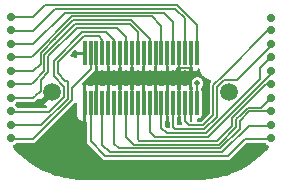
<source format=gbr>
%TF.GenerationSoftware,KiCad,Pcbnew,7.0.2*%
%TF.CreationDate,2023-10-04T16:53:15-06:00*%
%TF.ProjectId,igloo31,69676c6f-6f33-4312-9e6b-696361645f70,rev?*%
%TF.SameCoordinates,Original*%
%TF.FileFunction,Copper,L2,Bot*%
%TF.FilePolarity,Positive*%
%FSLAX46Y46*%
G04 Gerber Fmt 4.6, Leading zero omitted, Abs format (unit mm)*
G04 Created by KiCad (PCBNEW 7.0.2) date 2023-10-04 16:53:15*
%MOMM*%
%LPD*%
G01*
G04 APERTURE LIST*
%TA.AperFunction,ComponentPad*%
%ADD10C,1.500000*%
%TD*%
%TA.AperFunction,SMDPad,CuDef*%
%ADD11R,0.300000X2.000000*%
%TD*%
%TA.AperFunction,ViaPad*%
%ADD12C,0.700000*%
%TD*%
%TA.AperFunction,ViaPad*%
%ADD13C,0.500000*%
%TD*%
%TA.AperFunction,Conductor*%
%ADD14C,0.127000*%
%TD*%
G04 APERTURE END LIST*
D10*
%TO.P,J1,S2,SHIELD*%
%TO.N,GND*%
X7475000Y-1150000D03*
%TO.P,J1,S1,SHIELD*%
X-7475000Y-1150000D03*
D11*
%TO.P,J1,40,40*%
X-4750000Y-2100000D03*
%TO.P,J1,39,39*%
X-4750000Y2100000D03*
%TO.P,J1,38,38*%
%TO.N,Net-(J1-Pad38)*%
X-4250000Y-2100000D03*
%TO.P,J1,37,37*%
%TO.N,Net-(J1-Pad37)*%
X-4250000Y2100000D03*
%TO.P,J1,36,36*%
%TO.N,GND*%
X-3750000Y-2100000D03*
%TO.P,J1,35,35*%
X-3750000Y2100000D03*
%TO.P,J1,34,34*%
%TO.N,Net-(J1-Pad34)*%
X-3250000Y-2100000D03*
%TO.P,J1,33,33*%
%TO.N,Net-(J1-Pad33)*%
X-3250000Y2100000D03*
%TO.P,J1,32,32*%
%TO.N,GND*%
X-2750000Y-2100000D03*
%TO.P,J1,31,31*%
X-2750000Y2100000D03*
%TO.P,J1,30,30*%
%TO.N,Net-(J1-Pad30)*%
X-2250000Y-2100000D03*
%TO.P,J1,29,29*%
%TO.N,Net-(J1-Pad29)*%
X-2250000Y2100000D03*
%TO.P,J1,28,28*%
%TO.N,GND*%
X-1750000Y-2100000D03*
%TO.P,J1,27,27*%
X-1750000Y2100000D03*
%TO.P,J1,26,26*%
%TO.N,Net-(J1-Pad26)*%
X-1250000Y-2100000D03*
%TO.P,J1,25,25*%
%TO.N,Net-(J1-Pad25)*%
X-1250000Y2100000D03*
%TO.P,J1,24,24*%
%TO.N,GND*%
X-750000Y-2100000D03*
%TO.P,J1,23,23*%
X-750000Y2100000D03*
%TO.P,J1,22,22*%
%TO.N,Net-(J1-Pad22)*%
X-250000Y-2100000D03*
%TO.P,J1,21,21*%
%TO.N,Net-(J1-Pad21)*%
X-250000Y2100000D03*
%TO.P,J1,20,20*%
%TO.N,GND*%
X250000Y-2100000D03*
%TO.P,J1,19,19*%
X250000Y2100000D03*
%TO.P,J1,18,18*%
%TO.N,Net-(J1-Pad18)*%
X750000Y-2100000D03*
%TO.P,J1,17,17*%
%TO.N,Net-(J1-Pad17)*%
X750000Y2100000D03*
%TO.P,J1,16,16*%
%TO.N,GND*%
X1250000Y-2100000D03*
%TO.P,J1,15,15*%
X1250000Y2100000D03*
%TO.P,J1,14,14*%
%TO.N,Net-(J1-Pad14)*%
X1750000Y-2100000D03*
%TO.P,J1,13,13*%
%TO.N,Net-(J1-Pad13)*%
X1750000Y2100000D03*
%TO.P,J1,12,12*%
%TO.N,GND*%
X2250000Y-2100000D03*
%TO.P,J1,11,11*%
X2250000Y2100000D03*
%TO.P,J1,10,10*%
%TO.N,Net-(J1-Pad10)*%
X2750000Y-2100000D03*
%TO.P,J1,9,9*%
%TO.N,Net-(J1-Pad9)*%
X2750000Y2100000D03*
%TO.P,J1,8,8*%
%TO.N,GND*%
X3250000Y-2100000D03*
%TO.P,J1,7,7*%
X3250000Y2100000D03*
%TO.P,J1,6,6*%
%TO.N,Net-(J1-Pad6)*%
X3750000Y-2100000D03*
%TO.P,J1,5,5*%
%TO.N,Net-(J1-Pad5)*%
X3750000Y2100000D03*
%TO.P,J1,4,4*%
%TO.N,GND*%
X4250000Y-2100000D03*
%TO.P,J1,3,3*%
X4250000Y2100000D03*
%TO.P,J1,2,2*%
%TO.N,Net-(J1-Pad2)*%
X4750000Y-2100000D03*
%TO.P,J1,1,1*%
%TO.N,Net-(J1-Pad1)*%
X4750000Y2100000D03*
%TD*%
D12*
%TO.N,Net-(J1-Pad2)*%
X11000000Y5100000D03*
%TO.N,Net-(J1-Pad34)*%
X11000000Y-3957000D03*
%TO.N,Net-(J1-Pad38)*%
X11000000Y-5100000D03*
%TO.N,Net-(J1-Pad30)*%
X11000000Y-2814000D03*
%TO.N,Net-(J1-Pad26)*%
X11000000Y-1671000D03*
%TO.N,Net-(J1-Pad22)*%
X11000000Y-528000D03*
%TO.N,Net-(J1-Pad18)*%
X11000000Y615000D03*
%TO.N,Net-(J1-Pad10)*%
X11000000Y2901000D03*
%TO.N,Net-(J1-Pad6)*%
X11000000Y4044000D03*
%TO.N,Net-(J1-Pad14)*%
X11000000Y1758000D03*
%TO.N,Net-(J1-Pad1)*%
X-11000000Y5187000D03*
%TO.N,Net-(J1-Pad5)*%
X-11000000Y4044000D03*
%TO.N,Net-(J1-Pad9)*%
X-11000000Y2901000D03*
%TO.N,Net-(J1-Pad13)*%
X-11000000Y1758000D03*
%TO.N,Net-(J1-Pad17)*%
X-11000000Y615000D03*
%TO.N,Net-(J1-Pad21)*%
X-11000000Y-528000D03*
%TO.N,Net-(J1-Pad25)*%
X-11000000Y-1671000D03*
%TO.N,Net-(J1-Pad29)*%
X-11000000Y-2814000D03*
%TO.N,Net-(J1-Pad33)*%
X-11000000Y-3957000D03*
%TO.N,Net-(J1-Pad37)*%
X-11000000Y-5100000D03*
D13*
%TO.N,GND*%
X-3750000Y0D03*
X-5537254Y2137254D03*
%TO.N,Net-(J1-Pad2)*%
X4800000Y-400000D03*
%TD*%
D14*
%TO.N,GND*%
X4250000Y2100000D02*
X4250000Y-2100000D01*
X3250000Y-2100000D02*
X3250000Y2100000D01*
X2250000Y-2100000D02*
X2250000Y2100000D01*
%TO.N,Net-(J1-Pad6)*%
X10773246Y4044000D02*
X6929246Y200000D01*
X11000000Y4044000D02*
X10773246Y4044000D01*
X6134500Y-594746D02*
X6929246Y200000D01*
X6134500Y-3100000D02*
X6134500Y-594746D01*
X5250500Y-3984000D02*
X6134500Y-3100000D01*
X4121552Y-3984000D02*
X5250500Y-3984000D01*
X3750000Y-3612448D02*
X4121552Y-3984000D01*
X3750000Y-2100000D02*
X3750000Y-3612448D01*
%TO.N,Net-(J1-Pad10)*%
X2750000Y-4161000D02*
X2750000Y-2100000D01*
X5390660Y-4311000D02*
X2900000Y-4311000D01*
X7055194Y-136500D02*
X6461500Y-730194D01*
X8136500Y-136500D02*
X7055194Y-136500D01*
X11000000Y2727000D02*
X8136500Y-136500D01*
X6461500Y-3240160D02*
X5390660Y-4311000D01*
X6461500Y-730194D02*
X6461500Y-3240160D01*
X2900000Y-4311000D02*
X2750000Y-4161000D01*
X11000000Y2901000D02*
X11000000Y2727000D01*
%TO.N,Net-(J1-Pad18)*%
X750000Y-4515000D02*
X750000Y-2100000D01*
X11000000Y373444D02*
X5661556Y-4965000D01*
X5661556Y-4965000D02*
X1200000Y-4965000D01*
X11000000Y615000D02*
X11000000Y373444D01*
X1200000Y-4965000D02*
X750000Y-4515000D01*
%TO.N,Net-(J1-Pad14)*%
X2200000Y-4638000D02*
X1750000Y-4188000D01*
X5526108Y-4638000D02*
X2200000Y-4638000D01*
X1750000Y-4188000D02*
X1750000Y-2100000D01*
X10132054Y890054D02*
X10132054Y-32054D01*
X11000000Y1758000D02*
X10132054Y890054D01*
X10132054Y-32054D02*
X5526108Y-4638000D01*
%TO.N,Net-(J1-Pad22)*%
X10572000Y-528000D02*
X11000000Y-528000D01*
X9489004Y-1600000D02*
X9500000Y-1600000D01*
X9500000Y-1600000D02*
X10572000Y-528000D01*
X7752950Y-4016606D02*
X7752950Y-3336054D01*
X-108000Y-5292000D02*
X6477556Y-5292000D01*
X-250000Y-5150000D02*
X-108000Y-5292000D01*
X6477556Y-5292000D02*
X7752950Y-4016606D01*
X7752950Y-3336054D02*
X9489004Y-1600000D01*
X-250000Y-2100000D02*
X-250000Y-5150000D01*
%TO.N,Net-(J1-Pad26)*%
X9064452Y-2487000D02*
X8476700Y-3074752D01*
X10184000Y-2487000D02*
X9064452Y-2487000D01*
X11000000Y-1671000D02*
X10184000Y-2487000D01*
%TO.N,Net-(J1-Pad30)*%
X9199900Y-2814000D02*
X11000000Y-2814000D01*
X8406950Y-4287502D02*
X8406950Y-3606950D01*
X8406950Y-3606950D02*
X9199900Y-2814000D01*
X-1854000Y-5946000D02*
X6748452Y-5946000D01*
X-2250000Y-5550000D02*
X-1854000Y-5946000D01*
X6748452Y-5946000D02*
X8406950Y-4287502D01*
X-2250000Y-2100000D02*
X-2250000Y-5550000D01*
%TO.N,Net-(J1-Pad34)*%
X10940300Y-4016700D02*
X11000000Y-3957000D01*
X9140200Y-4016700D02*
X10940300Y-4016700D01*
%TO.N,Net-(J1-Pad38)*%
X8840300Y-5159700D02*
X10940300Y-5159700D01*
X7400000Y-6600000D02*
X8840300Y-5159700D01*
X-3000000Y-6600000D02*
X7400000Y-6600000D01*
X-4250000Y-5350000D02*
X-3000000Y-6600000D01*
X10940300Y-5159700D02*
X11000000Y-5100000D01*
X-4250000Y-2100000D02*
X-4250000Y-5350000D01*
%TO.N,Net-(J1-Pad37)*%
X-10960000Y-5140000D02*
X-11000000Y-5100000D01*
X-9091904Y-5140000D02*
X-10960000Y-5140000D01*
%TO.N,Net-(J1-Pad33)*%
X-9190000Y-3957000D02*
X-9150000Y-3997000D01*
X-11000000Y-3957000D02*
X-9190000Y-3957000D01*
%TO.N,Net-(J1-Pad29)*%
X-10960000Y-2854000D02*
X-11000000Y-2814000D01*
X-7730800Y-2854000D02*
X-10960000Y-2854000D01*
X-6461500Y-1584700D02*
X-7730800Y-2854000D01*
X-6461500Y-730194D02*
X-6461500Y-1584700D01*
X-7365500Y1496948D02*
X-7365500Y173806D01*
X-4935448Y3927000D02*
X-7365500Y1496948D01*
X-2927000Y3927000D02*
X-4935448Y3927000D01*
X-2250000Y2100000D02*
X-2250000Y3250000D01*
X-2250000Y3250000D02*
X-2927000Y3927000D01*
X-7365500Y173806D02*
X-6461500Y-730194D01*
%TO.N,Net-(J1-Pad25)*%
X-9110000Y-1671000D02*
X-8969500Y-1530500D01*
X-8486500Y-1047500D02*
X-8969500Y-1530500D01*
X-11000000Y-1671000D02*
X-9110000Y-1671000D01*
%TO.N,Net-(J1-Pad21)*%
X-9314669Y-528000D02*
X-9150000Y-363331D01*
X-11000000Y-528000D02*
X-9314669Y-528000D01*
%TO.N,Net-(J1-Pad17)*%
X-10960000Y575000D02*
X-11000000Y615000D01*
X-9150000Y575000D02*
X-10960000Y575000D01*
%TO.N,Net-(J1-Pad13)*%
X-9314669Y1758000D02*
X-9150000Y1922669D01*
X-11000000Y1758000D02*
X-9314669Y1758000D01*
%TO.N,Net-(J1-Pad9)*%
X-10960000Y2861000D02*
X-11000000Y2901000D01*
X-9150000Y2861000D02*
X-10960000Y2861000D01*
%TO.N,Net-(J1-Pad5)*%
X-10960000Y4004000D02*
X-11000000Y4044000D01*
X-9150000Y4004000D02*
X-10960000Y4004000D01*
%TO.N,Net-(J1-Pad1)*%
X-10960000Y5147000D02*
X-11000000Y5187000D01*
X-9150000Y5147000D02*
X-10960000Y5147000D01*
%TO.N,GND*%
X-3750000Y2100000D02*
X-3750000Y0D01*
X-3750000Y0D02*
X-3750000Y-2100000D01*
X2250000Y550000D02*
X2250000Y2100000D01*
X2727000Y400000D02*
X2400000Y400000D01*
X3250000Y923000D02*
X2727000Y400000D01*
X3250000Y2100000D02*
X3250000Y923000D01*
X2400000Y400000D02*
X2250000Y550000D01*
X3336500Y836500D02*
X3250000Y923000D01*
X4250000Y2100000D02*
X4250000Y923000D01*
X4250000Y923000D02*
X4163500Y836500D01*
X4163500Y836500D02*
X3336500Y836500D01*
X-5500000Y2100000D02*
X-5537254Y2137254D01*
X-4750000Y2100000D02*
X-5500000Y2100000D01*
X-2750000Y-2100000D02*
X-2750000Y2100000D01*
X-1750000Y2100000D02*
X-1750000Y-2100000D01*
X-750000Y-2100000D02*
X-750000Y2100000D01*
X250000Y2100000D02*
X250000Y-2100000D01*
X1250000Y-2100000D02*
X1250000Y2100000D01*
X4250000Y-2100000D02*
X4250000Y-3650000D01*
X3250000Y-3650000D02*
X3400000Y-3800000D01*
X3250000Y-2100000D02*
X3250000Y-3650000D01*
X2250000Y-3650000D02*
X2400000Y-3800000D01*
X2250000Y-2100000D02*
X2250000Y-3650000D01*
%TO.N,Net-(J1-Pad2)*%
X4750000Y-450000D02*
X4800000Y-400000D01*
X4750000Y-2100000D02*
X4750000Y-450000D01*
%TO.N,Net-(J1-Pad26)*%
X-1250000Y-4969000D02*
X-1250000Y-2100000D01*
X-600000Y-5619000D02*
X-1250000Y-4969000D01*
X6613004Y-5619000D02*
X-600000Y-5619000D01*
X8079950Y-4152054D02*
X6613004Y-5619000D01*
X8476700Y-3074752D02*
X8079950Y-3471502D01*
X8079950Y-3471502D02*
X8079950Y-4152054D01*
%TO.N,Net-(J1-Pad34)*%
X6883900Y-6273000D02*
X9140200Y-4016700D01*
X-2600000Y-6273000D02*
X6883900Y-6273000D01*
X-3250000Y-5623000D02*
X-2600000Y-6273000D01*
X-3250000Y-2100000D02*
X-3250000Y-5623000D01*
%TO.N,Net-(J1-Pad1)*%
X-8081000Y6216000D02*
X-9150000Y5147000D01*
X3060248Y6216000D02*
X-8081000Y6216000D01*
X4750000Y4526248D02*
X3060248Y6216000D01*
X4750000Y2100000D02*
X4750000Y4526248D01*
%TO.N,Net-(J1-Pad37)*%
X-4250000Y750000D02*
X-4250000Y2100000D01*
X-5800000Y-800000D02*
X-4250000Y750000D01*
X-9091904Y-5140000D02*
X-5800000Y-1848096D01*
X-5800000Y-1848096D02*
X-5800000Y-800000D01*
%TO.N,Net-(J1-Pad5)*%
X2924800Y5889000D02*
X3750000Y5063800D01*
X-9150000Y4004000D02*
X-7265000Y5889000D01*
X-7265000Y5889000D02*
X2924800Y5889000D01*
X3750000Y5063800D02*
X3750000Y2100000D01*
%TO.N,Net-(J1-Pad9)*%
X2750000Y4800200D02*
X2750000Y2100000D01*
X-6449000Y5562000D02*
X1988200Y5562000D01*
X1988200Y5562000D02*
X2750000Y4800200D01*
X-9150000Y2861000D02*
X-6449000Y5562000D01*
%TO.N,Net-(J1-Pad17)*%
X-797352Y4908000D02*
X750000Y3360648D01*
X-5702221Y4908000D02*
X-797352Y4908000D01*
X750000Y3360648D02*
X750000Y2100000D01*
X-7146610Y3463610D02*
X-5702221Y4908000D01*
%TO.N,Net-(J1-Pad13)*%
X-5837669Y5235000D02*
X921400Y5235000D01*
X1750000Y4406400D02*
X1750000Y2100000D01*
X-9150000Y1922669D02*
X-5837669Y5235000D01*
X921400Y5235000D02*
X1750000Y4406400D01*
%TO.N,Net-(J1-Pad21)*%
X-250000Y3898200D02*
X-250000Y2100000D01*
X-8159500Y1988273D02*
X-5566773Y4581000D01*
X-9150000Y-363331D02*
X-8159500Y627169D01*
X-8159500Y627169D02*
X-8159500Y1988273D01*
X-5566773Y4581000D02*
X-932800Y4581000D01*
X-932800Y4581000D02*
X-250000Y3898200D01*
%TO.N,Net-(J1-Pad25)*%
X-7832500Y491721D02*
X-8486500Y-162279D01*
X-7832500Y1852825D02*
X-7832500Y491721D01*
X-1999600Y4254000D02*
X-5431325Y4254000D01*
X-8486500Y-162279D02*
X-8486500Y-1047500D01*
X-1250000Y3504400D02*
X-1999600Y4254000D01*
X-5431325Y4254000D02*
X-7832500Y1852825D01*
X-1250000Y2100000D02*
X-1250000Y3504400D01*
%TO.N,Net-(J1-Pad33)*%
X-8411352Y-3997000D02*
X-9150000Y-3997000D01*
X-6134500Y-1720148D02*
X-8411352Y-3997000D01*
X-6134500Y-265500D02*
X-6134500Y-1720148D01*
X-7038500Y419839D02*
X-6418661Y-200000D01*
X-7038500Y1361500D02*
X-7038500Y419839D01*
X-4800000Y3600000D02*
X-7038500Y1361500D01*
X-3250000Y3277000D02*
X-3573000Y3600000D01*
X-3250000Y2100000D02*
X-3250000Y3277000D01*
X-6418661Y-200000D02*
X-6200000Y-200000D01*
X-3573000Y3600000D02*
X-4800000Y3600000D01*
X-6200000Y-200000D02*
X-6134500Y-265500D01*
%TO.N,Net-(J1-Pad17)*%
X-8486500Y2123721D02*
X-7146610Y3463610D01*
X-8486500Y1238500D02*
X-8486500Y2123721D01*
X-9150000Y575000D02*
X-8486500Y1238500D01*
X-7146610Y3463610D02*
X-7289800Y3320421D01*
%TD*%
%TA.AperFunction,Conductor*%
%TO.N,GND*%
G36*
X-7934493Y-1359844D02*
G01*
X-7856761Y-1480798D01*
X-7748100Y-1574952D01*
X-7617315Y-1634680D01*
X-7602587Y-1636797D01*
X-8166986Y-2201196D01*
X-8166986Y-2201198D01*
X-8106405Y-2243619D01*
X-7985916Y-2299805D01*
X-7932631Y-2346723D01*
X-7913170Y-2415000D01*
X-7933712Y-2482960D01*
X-7987735Y-2529025D01*
X-8039166Y-2540000D01*
X-10391197Y-2540000D01*
X-10459318Y-2519998D01*
X-10491159Y-2490704D01*
X-10571716Y-2385719D01*
X-10628090Y-2342462D01*
X-10669957Y-2285123D01*
X-10674178Y-2214252D01*
X-10639413Y-2152350D01*
X-10628090Y-2142538D01*
X-10591699Y-2114614D01*
X-10571718Y-2099282D01*
X-10561750Y-2086292D01*
X-10521852Y-2034296D01*
X-10464514Y-1992429D01*
X-10421890Y-1985000D01*
X-9129219Y-1985000D01*
X-9118239Y-1985478D01*
X-9082211Y-1988631D01*
X-9059667Y-1982589D01*
X-9047285Y-1979272D01*
X-9036550Y-1976892D01*
X-9000949Y-1970615D01*
X-9000946Y-1970613D01*
X-8999429Y-1970346D01*
X-8976516Y-1960856D01*
X-8966601Y-1953913D01*
X-8945630Y-1939229D01*
X-8936377Y-1933334D01*
X-8905051Y-1915249D01*
X-8881802Y-1887542D01*
X-8874375Y-1879438D01*
X-8760347Y-1765410D01*
X-8698035Y-1731384D01*
X-8627220Y-1736449D01*
X-8570384Y-1778996D01*
X-8568040Y-1782232D01*
X-8526197Y-1841986D01*
X-8526196Y-1841986D01*
X-7959360Y-1275150D01*
X-7934493Y-1359844D01*
G37*
%TD.AperFunction*%
%TA.AperFunction,Conductor*%
G36*
X-5489967Y-2086292D02*
G01*
X-5433131Y-2128839D01*
X-5408320Y-2195359D01*
X-5407999Y-2204348D01*
X-5407999Y-3145222D01*
X-5407640Y-3151936D01*
X-5401494Y-3209093D01*
X-5350445Y-3345962D01*
X-5262904Y-3462904D01*
X-5145962Y-3550445D01*
X-5009093Y-3601494D01*
X-4951936Y-3607640D01*
X-4945223Y-3608000D01*
X-4900000Y-3608000D01*
X-4899999Y-3149651D01*
X-4879997Y-3081530D01*
X-4826341Y-3035037D01*
X-4756067Y-3024934D01*
X-4691486Y-3054427D01*
X-4653103Y-3114153D01*
X-4650426Y-3125043D01*
X-4635966Y-3197740D01*
X-4621234Y-3219787D01*
X-4600020Y-3287539D01*
X-4600000Y-3289788D01*
X-4600000Y-3608753D01*
X-4566879Y-3669408D01*
X-4564000Y-3696191D01*
X-4564000Y-5330780D01*
X-4564479Y-5341761D01*
X-4567631Y-5377789D01*
X-4559472Y-5408234D01*
X-4558272Y-5412713D01*
X-4555896Y-5423423D01*
X-4549615Y-5459051D01*
X-4549613Y-5459053D01*
X-4549345Y-5460577D01*
X-4539857Y-5483481D01*
X-4538970Y-5484747D01*
X-4538970Y-5484749D01*
X-4525982Y-5503297D01*
X-4518236Y-5514359D01*
X-4512332Y-5523625D01*
X-4494249Y-5554949D01*
X-4466522Y-5578213D01*
X-4458452Y-5585609D01*
X-3235609Y-6808452D01*
X-3228213Y-6816522D01*
X-3204949Y-6844249D01*
X-3173633Y-6862328D01*
X-3164364Y-6868232D01*
X-3134749Y-6888971D01*
X-3134745Y-6888971D01*
X-3133480Y-6889858D01*
X-3110579Y-6899345D01*
X-3109052Y-6899614D01*
X-3109051Y-6899615D01*
X-3073436Y-6905893D01*
X-3062729Y-6908267D01*
X-3027789Y-6917631D01*
X-2991760Y-6914478D01*
X-2980781Y-6914000D01*
X7380781Y-6914000D01*
X7391760Y-6914478D01*
X7427789Y-6917631D01*
X7462714Y-6908271D01*
X7473423Y-6905896D01*
X7509051Y-6899615D01*
X7509053Y-6899613D01*
X7510577Y-6899345D01*
X7533481Y-6889857D01*
X7534747Y-6888970D01*
X7534749Y-6888970D01*
X7564358Y-6868236D01*
X7573625Y-6862332D01*
X7604949Y-6844249D01*
X7628213Y-6816522D01*
X7635598Y-6808463D01*
X8933460Y-5510602D01*
X8995770Y-5476579D01*
X9022553Y-5473700D01*
X10467700Y-5473700D01*
X10535821Y-5493702D01*
X10567659Y-5522992D01*
X10571718Y-5528282D01*
X10571720Y-5528284D01*
X10697156Y-5624535D01*
X10736888Y-5640992D01*
X10783318Y-5660224D01*
X10838599Y-5704772D01*
X10861020Y-5772135D01*
X10843462Y-5840927D01*
X10831675Y-5857561D01*
X10759401Y-5943809D01*
X10754529Y-5949290D01*
X10576219Y-6138525D01*
X10390950Y-6330613D01*
X10386140Y-6335340D01*
X10193624Y-6514653D01*
X9997225Y-6691690D01*
X9992555Y-6695696D01*
X9788484Y-6862310D01*
X9786422Y-6863958D01*
X9580037Y-7025375D01*
X9575570Y-7028712D01*
X9360444Y-7182125D01*
X9357792Y-7183966D01*
X9141242Y-7330174D01*
X9137053Y-7332883D01*
X8912025Y-7472176D01*
X8908752Y-7474134D01*
X8682825Y-7604694D01*
X8678976Y-7606829D01*
X8445249Y-7731216D01*
X8441328Y-7733216D01*
X8206831Y-7847689D01*
X8203378Y-7849310D01*
X7962151Y-7958153D01*
X7957565Y-7960114D01*
X7715379Y-8058048D01*
X7712371Y-8059220D01*
X7464914Y-8151981D01*
X7459652Y-8153822D01*
X7210489Y-8234847D01*
X7207969Y-8235637D01*
X6955770Y-8311842D01*
X6949830Y-8313479D01*
X6693312Y-8377488D01*
X6437015Y-8437020D01*
X6430412Y-8438368D01*
X6167672Y-8484733D01*
X5911034Y-8526945D01*
X5903769Y-8527924D01*
X5631999Y-8556510D01*
X5380166Y-8581222D01*
X5372263Y-8581747D01*
X5065181Y-8592479D01*
X4851985Y-8599433D01*
X4847878Y-8599500D01*
X-4847946Y-8599500D01*
X-4852054Y-8599433D01*
X-5064324Y-8592509D01*
X-5372294Y-8581745D01*
X-5380197Y-8581220D01*
X-5631707Y-8556541D01*
X-5903806Y-8527920D01*
X-5911073Y-8526940D01*
X-6167497Y-8484764D01*
X-6430445Y-8438363D01*
X-6437053Y-8437014D01*
X-6693196Y-8377517D01*
X-6949891Y-8313464D01*
X-6955823Y-8311828D01*
X-7207882Y-8235665D01*
X-7210402Y-8234875D01*
X-7459693Y-8153809D01*
X-7464955Y-8151968D01*
X-7712294Y-8059251D01*
X-7715302Y-8058079D01*
X-7957618Y-7960093D01*
X-7962204Y-7958132D01*
X-8203312Y-7849343D01*
X-8206766Y-7847722D01*
X-8441384Y-7733189D01*
X-8445304Y-7731189D01*
X-8678930Y-7606856D01*
X-8682779Y-7604721D01*
X-8908798Y-7474107D01*
X-8912071Y-7472149D01*
X-9137020Y-7332905D01*
X-9141209Y-7330196D01*
X-9357857Y-7183921D01*
X-9360509Y-7182080D01*
X-9575523Y-7028747D01*
X-9579989Y-7025411D01*
X-9786502Y-6863896D01*
X-9788565Y-6862247D01*
X-9992528Y-6695721D01*
X-9997204Y-6691709D01*
X-10193706Y-6514578D01*
X-10386123Y-6335357D01*
X-10390930Y-6330633D01*
X-10576320Y-6138420D01*
X-10754514Y-5949308D01*
X-10759384Y-5943828D01*
X-10831674Y-5857558D01*
X-10860095Y-5792498D01*
X-10848830Y-5722401D01*
X-10801456Y-5669522D01*
X-10783315Y-5660223D01*
X-10697157Y-5624536D01*
X-10600065Y-5550033D01*
X-10571718Y-5528282D01*
X-10552545Y-5503296D01*
X-10495209Y-5461429D01*
X-10452584Y-5454000D01*
X-9111123Y-5454000D01*
X-9100143Y-5454478D01*
X-9064115Y-5457631D01*
X-9041571Y-5451589D01*
X-9029189Y-5448272D01*
X-9018454Y-5445892D01*
X-8982853Y-5439615D01*
X-8982850Y-5439613D01*
X-8981333Y-5439346D01*
X-8958420Y-5429856D01*
X-8933938Y-5412713D01*
X-8927534Y-5408229D01*
X-8918281Y-5402334D01*
X-8886955Y-5384249D01*
X-8873106Y-5367745D01*
X-8863706Y-5356542D01*
X-8856279Y-5348438D01*
X-5623094Y-2115253D01*
X-5560782Y-2081227D01*
X-5489967Y-2086292D01*
G37*
%TD.AperFunction*%
%TA.AperFunction,Conductor*%
G36*
X2334198Y-3160132D02*
G01*
X2354766Y-3183868D01*
X2364033Y-3197738D01*
X2364034Y-3197740D01*
X2378766Y-3219789D01*
X2399980Y-3287540D01*
X2400000Y-3289788D01*
X2400000Y-3608752D01*
X2433120Y-3669405D01*
X2436000Y-3696190D01*
X2436000Y-4125747D01*
X2415998Y-4193868D01*
X2362342Y-4240361D01*
X2292068Y-4250465D01*
X2227488Y-4220971D01*
X2220905Y-4214842D01*
X2100905Y-4094842D01*
X2066879Y-4032530D01*
X2064000Y-4005747D01*
X2064000Y-3696190D01*
X2084002Y-3628069D01*
X2100000Y-3608217D01*
X2100000Y-3289788D01*
X2120002Y-3221667D01*
X2121187Y-3219858D01*
X2135966Y-3197740D01*
X2135966Y-3197738D01*
X2145234Y-3183868D01*
X2199711Y-3138340D01*
X2270154Y-3129491D01*
X2334198Y-3160132D01*
G37*
%TD.AperFunction*%
%TA.AperFunction,Conductor*%
G36*
X3334198Y-3160132D02*
G01*
X3354766Y-3183868D01*
X3364033Y-3197738D01*
X3364034Y-3197740D01*
X3378766Y-3219789D01*
X3399980Y-3287540D01*
X3400000Y-3289788D01*
X3400000Y-3608001D01*
X3408544Y-3616545D01*
X3441157Y-3673035D01*
X3441726Y-3675159D01*
X3444103Y-3685882D01*
X3450651Y-3723014D01*
X3460146Y-3745935D01*
X3481762Y-3776806D01*
X3487664Y-3786069D01*
X3500326Y-3808001D01*
X3517064Y-3876995D01*
X3493844Y-3944087D01*
X3438037Y-3987974D01*
X3391207Y-3997000D01*
X3190000Y-3997000D01*
X3121879Y-3976998D01*
X3075386Y-3923342D01*
X3064000Y-3871000D01*
X3064000Y-3696191D01*
X3084002Y-3628070D01*
X3100000Y-3608218D01*
X3100000Y-3289788D01*
X3120002Y-3221667D01*
X3121187Y-3219858D01*
X3135966Y-3197740D01*
X3135966Y-3197738D01*
X3145234Y-3183868D01*
X3199711Y-3138340D01*
X3270154Y-3129491D01*
X3334198Y-3160132D01*
G37*
%TD.AperFunction*%
%TA.AperFunction,Conductor*%
G36*
X4334197Y1039869D02*
G01*
X4354766Y1016131D01*
X4378766Y980211D01*
X4399980Y912458D01*
X4400000Y910211D01*
X4400000Y592000D01*
X4445223Y592000D01*
X4451936Y592359D01*
X4509093Y598505D01*
X4645962Y649554D01*
X4762903Y737094D01*
X4805024Y793362D01*
X4861860Y835909D01*
X4932675Y840975D01*
X4994988Y806950D01*
X5029013Y744638D01*
X5030440Y736934D01*
X5050769Y604229D01*
X5119676Y418176D01*
X5224617Y249812D01*
X5303954Y166350D01*
X5305824Y162707D01*
X5313268Y156552D01*
X5361309Y106013D01*
X5524144Y-7323D01*
X5524145Y-7323D01*
X5524146Y-7324D01*
X5706465Y-85563D01*
X5886394Y-122539D01*
X5949094Y-155844D01*
X5983835Y-217760D01*
X5979586Y-288630D01*
X5950126Y-335055D01*
X5926057Y-359124D01*
X5917956Y-366549D01*
X5890251Y-389797D01*
X5872169Y-421116D01*
X5866264Y-430385D01*
X5844645Y-461259D01*
X5835151Y-484179D01*
X5828607Y-521293D01*
X5826229Y-532020D01*
X5816868Y-566955D01*
X5820020Y-602986D01*
X5820499Y-613965D01*
X5820500Y-2917747D01*
X5800498Y-2985868D01*
X5783595Y-3006842D01*
X5157342Y-3633095D01*
X5095030Y-3667121D01*
X5068247Y-3670000D01*
X4859590Y-3670000D01*
X4791469Y-3649998D01*
X4744976Y-3596342D01*
X4734872Y-3526068D01*
X4758722Y-3468491D01*
X4809252Y-3400991D01*
X4866088Y-3358444D01*
X4910120Y-3350500D01*
X4924673Y-3350500D01*
X4924674Y-3350500D01*
X4997740Y-3335966D01*
X5080601Y-3280601D01*
X5135966Y-3197740D01*
X5150500Y-3124674D01*
X5150500Y-1075326D01*
X5135966Y-1002260D01*
X5102879Y-952742D01*
X5081666Y-884993D01*
X5100449Y-816526D01*
X5120080Y-796542D01*
X5119264Y-795835D01*
X5148509Y-762084D01*
X5225377Y-673373D01*
X5285165Y-542457D01*
X5305647Y-400000D01*
X5285165Y-257543D01*
X5225377Y-126627D01*
X5164579Y-56462D01*
X5131130Y-17859D01*
X5131129Y-17858D01*
X5131128Y-17857D01*
X5010053Y59953D01*
X4880445Y98009D01*
X4871962Y100500D01*
X4871961Y100500D01*
X4728039Y100500D01*
X4728038Y100500D01*
X4719555Y98009D01*
X4589947Y59953D01*
X4568088Y45905D01*
X4468873Y-17855D01*
X4374622Y-126628D01*
X4314834Y-257543D01*
X4294352Y-399997D01*
X4305354Y-476514D01*
X4295250Y-546787D01*
X4293277Y-549063D01*
X4308512Y-556021D01*
X4340612Y-598901D01*
X4364517Y-651245D01*
X4382149Y-689852D01*
X4380036Y-690816D01*
X4398716Y-731715D01*
X4400000Y-749654D01*
X4400000Y-910211D01*
X4379998Y-978332D01*
X4378766Y-980211D01*
X4354766Y-1016131D01*
X4300290Y-1061660D01*
X4229847Y-1070509D01*
X4165803Y-1039869D01*
X4145234Y-1016131D01*
X4121234Y-980211D01*
X4100020Y-912458D01*
X4100000Y-910211D01*
X4100000Y-651245D01*
X4114726Y-601092D01*
X4112515Y-600443D01*
X4102039Y-592000D01*
X4054777Y-592000D01*
X4048063Y-592359D01*
X3990906Y-598505D01*
X3854037Y-649554D01*
X3825508Y-670911D01*
X3758988Y-695721D01*
X3689614Y-680629D01*
X3674492Y-670911D01*
X3645962Y-649554D01*
X3509093Y-598505D01*
X3451936Y-592359D01*
X3445223Y-592000D01*
X3400000Y-592000D01*
X3400000Y-910211D01*
X3379998Y-978332D01*
X3378766Y-980211D01*
X3354766Y-1016131D01*
X3300290Y-1061660D01*
X3229847Y-1070509D01*
X3165803Y-1039869D01*
X3145234Y-1016131D01*
X3121234Y-980211D01*
X3100020Y-912458D01*
X3100000Y-910211D01*
X3100000Y-592000D01*
X3054777Y-592000D01*
X3048063Y-592359D01*
X2990906Y-598505D01*
X2854037Y-649554D01*
X2825508Y-670911D01*
X2758988Y-695721D01*
X2689614Y-680629D01*
X2674492Y-670911D01*
X2645962Y-649554D01*
X2509093Y-598505D01*
X2451936Y-592359D01*
X2445223Y-592000D01*
X2400000Y-592000D01*
X2400000Y-910211D01*
X2379998Y-978332D01*
X2378766Y-980211D01*
X2354766Y-1016131D01*
X2300290Y-1061660D01*
X2229847Y-1070509D01*
X2165803Y-1039869D01*
X2145234Y-1016131D01*
X2121234Y-980211D01*
X2100020Y-912458D01*
X2100000Y-910211D01*
X2100000Y-592000D01*
X2054777Y-592000D01*
X2048063Y-592359D01*
X1990906Y-598505D01*
X1854037Y-649554D01*
X1825508Y-670911D01*
X1758988Y-695721D01*
X1689614Y-680629D01*
X1674492Y-670911D01*
X1645962Y-649554D01*
X1509093Y-598505D01*
X1451936Y-592359D01*
X1445223Y-592000D01*
X1400000Y-592000D01*
X1400000Y-910211D01*
X1379998Y-978332D01*
X1378766Y-980211D01*
X1354766Y-1016131D01*
X1300290Y-1061660D01*
X1229847Y-1070509D01*
X1165803Y-1039869D01*
X1145234Y-1016131D01*
X1121234Y-980211D01*
X1100020Y-912458D01*
X1100000Y-910211D01*
X1100000Y-592000D01*
X1054777Y-592000D01*
X1048063Y-592359D01*
X990906Y-598505D01*
X854037Y-649554D01*
X825508Y-670911D01*
X758988Y-695721D01*
X689614Y-680629D01*
X674492Y-670911D01*
X645962Y-649554D01*
X509093Y-598505D01*
X451936Y-592359D01*
X445223Y-592000D01*
X400000Y-592000D01*
X400000Y-910211D01*
X379998Y-978332D01*
X378766Y-980211D01*
X354766Y-1016131D01*
X300290Y-1061660D01*
X229847Y-1070509D01*
X165803Y-1039869D01*
X145234Y-1016131D01*
X121234Y-980211D01*
X100020Y-912458D01*
X100000Y-910211D01*
X100000Y-592000D01*
X54777Y-592000D01*
X48063Y-592359D01*
X-9093Y-598505D01*
X-145960Y-649553D01*
X-174489Y-670910D01*
X-241010Y-695721D01*
X-310384Y-680630D01*
X-325506Y-670911D01*
X-354034Y-649555D01*
X-490906Y-598505D01*
X-548063Y-592359D01*
X-554777Y-592000D01*
X-600000Y-592000D01*
X-600000Y-910211D01*
X-620002Y-978332D01*
X-621234Y-980211D01*
X-645234Y-1016131D01*
X-699710Y-1061660D01*
X-770153Y-1070509D01*
X-834197Y-1039869D01*
X-854766Y-1016131D01*
X-878766Y-980211D01*
X-899980Y-912458D01*
X-900000Y-910211D01*
X-900000Y-592000D01*
X-945223Y-592000D01*
X-951936Y-592359D01*
X-1009093Y-598505D01*
X-1145962Y-649554D01*
X-1174492Y-670911D01*
X-1241012Y-695721D01*
X-1310386Y-680629D01*
X-1325508Y-670911D01*
X-1354037Y-649554D01*
X-1490906Y-598505D01*
X-1548063Y-592359D01*
X-1554777Y-592000D01*
X-1600000Y-592000D01*
X-1600000Y-910211D01*
X-1620002Y-978332D01*
X-1621234Y-980211D01*
X-1645234Y-1016131D01*
X-1699710Y-1061660D01*
X-1770153Y-1070509D01*
X-1834197Y-1039869D01*
X-1854766Y-1016131D01*
X-1878766Y-980211D01*
X-1899980Y-912458D01*
X-1900000Y-910211D01*
X-1900000Y-592000D01*
X-1945223Y-592000D01*
X-1951936Y-592359D01*
X-2009093Y-598505D01*
X-2145962Y-649554D01*
X-2174492Y-670911D01*
X-2241012Y-695721D01*
X-2310386Y-680629D01*
X-2325508Y-670911D01*
X-2354037Y-649554D01*
X-2490906Y-598505D01*
X-2548063Y-592359D01*
X-2554777Y-592000D01*
X-2600000Y-592000D01*
X-2600000Y-910211D01*
X-2620002Y-978332D01*
X-2621234Y-980211D01*
X-2645234Y-1016131D01*
X-2699710Y-1061660D01*
X-2770153Y-1070509D01*
X-2834197Y-1039869D01*
X-2854766Y-1016131D01*
X-2878766Y-980211D01*
X-2899980Y-912458D01*
X-2900000Y-910211D01*
X-2900000Y-592000D01*
X-2945223Y-592000D01*
X-2951936Y-592359D01*
X-3009093Y-598505D01*
X-3145962Y-649554D01*
X-3174492Y-670911D01*
X-3241012Y-695721D01*
X-3310386Y-680629D01*
X-3325508Y-670911D01*
X-3354037Y-649554D01*
X-3490906Y-598505D01*
X-3548063Y-592359D01*
X-3554777Y-592000D01*
X-3600000Y-592000D01*
X-3600000Y-910211D01*
X-3620002Y-978332D01*
X-3621234Y-980211D01*
X-3645234Y-1016131D01*
X-3699710Y-1061660D01*
X-3770153Y-1070509D01*
X-3834197Y-1039869D01*
X-3854766Y-1016131D01*
X-3878766Y-980211D01*
X-3899980Y-912458D01*
X-3900000Y-910211D01*
X-3900000Y-592000D01*
X-3945223Y-592000D01*
X-3951936Y-592359D01*
X-4009093Y-598505D01*
X-4145962Y-649554D01*
X-4174492Y-670911D01*
X-4241012Y-695721D01*
X-4310386Y-680629D01*
X-4325508Y-670911D01*
X-4354037Y-649554D01*
X-4490906Y-598505D01*
X-4548063Y-592359D01*
X-4554777Y-592000D01*
X-4600000Y-592000D01*
X-4600000Y-910211D01*
X-4620002Y-978332D01*
X-4621234Y-980211D01*
X-4635966Y-1002260D01*
X-4649542Y-1070509D01*
X-4650421Y-1074930D01*
X-4683329Y-1137840D01*
X-4745024Y-1172971D01*
X-4815919Y-1169170D01*
X-4873505Y-1127645D01*
X-4899499Y-1061578D01*
X-4900000Y-1050348D01*
X-4900000Y-591999D01*
X-4934873Y-557126D01*
X-4968898Y-494813D01*
X-4963832Y-423998D01*
X-4934872Y-378935D01*
X-4753404Y-197468D01*
X-4041557Y514379D01*
X-4033456Y521803D01*
X-3988734Y559331D01*
X-3986278Y556404D01*
X-3963640Y577991D01*
X-3905899Y592000D01*
X-3900000Y592000D01*
X-3900000Y910211D01*
X-3879998Y978332D01*
X-3878766Y980211D01*
X-3854766Y1016131D01*
X-3800290Y1061660D01*
X-3729847Y1070509D01*
X-3665803Y1039869D01*
X-3645234Y1016131D01*
X-3621234Y980211D01*
X-3600020Y912458D01*
X-3600000Y910211D01*
X-3600000Y592000D01*
X-3554777Y592000D01*
X-3548063Y592359D01*
X-3490906Y598505D01*
X-3354037Y649554D01*
X-3325508Y670911D01*
X-3258988Y695721D01*
X-3189614Y680629D01*
X-3174492Y670911D01*
X-3145962Y649554D01*
X-3009093Y598505D01*
X-2951936Y592359D01*
X-2945223Y592000D01*
X-2900000Y592000D01*
X-2900000Y910211D01*
X-2879998Y978332D01*
X-2878766Y980211D01*
X-2854766Y1016131D01*
X-2800290Y1061660D01*
X-2729847Y1070509D01*
X-2665803Y1039869D01*
X-2645234Y1016131D01*
X-2621234Y980211D01*
X-2600020Y912458D01*
X-2600000Y910211D01*
X-2600000Y592000D01*
X-2554777Y592000D01*
X-2548063Y592359D01*
X-2490906Y598505D01*
X-2354037Y649554D01*
X-2325508Y670911D01*
X-2258988Y695721D01*
X-2189614Y680629D01*
X-2174492Y670911D01*
X-2145962Y649554D01*
X-2009093Y598505D01*
X-1951936Y592359D01*
X-1945223Y592000D01*
X-1900000Y592000D01*
X-1900000Y910211D01*
X-1879998Y978332D01*
X-1878766Y980211D01*
X-1854766Y1016131D01*
X-1800290Y1061660D01*
X-1729847Y1070509D01*
X-1665803Y1039869D01*
X-1645234Y1016131D01*
X-1621234Y980211D01*
X-1600020Y912458D01*
X-1600000Y910211D01*
X-1600000Y592000D01*
X-1554777Y592000D01*
X-1548063Y592359D01*
X-1490906Y598505D01*
X-1354037Y649554D01*
X-1325508Y670911D01*
X-1258988Y695721D01*
X-1189614Y680629D01*
X-1174492Y670911D01*
X-1145962Y649554D01*
X-1009093Y598505D01*
X-951936Y592359D01*
X-945223Y592000D01*
X-900000Y592000D01*
X-900000Y910211D01*
X-879998Y978332D01*
X-878766Y980211D01*
X-854766Y1016131D01*
X-800290Y1061660D01*
X-729847Y1070509D01*
X-665803Y1039869D01*
X-645234Y1016131D01*
X-621234Y980211D01*
X-600020Y912458D01*
X-600000Y910211D01*
X-600000Y592000D01*
X-554777Y592000D01*
X-548063Y592359D01*
X-490906Y598505D01*
X-354034Y649555D01*
X-325506Y670911D01*
X-258986Y695721D01*
X-189612Y680629D01*
X-174489Y670910D01*
X-145960Y649553D01*
X-9093Y598505D01*
X48063Y592359D01*
X54777Y592000D01*
X100000Y592000D01*
X100000Y910211D01*
X120002Y978332D01*
X121234Y980211D01*
X145234Y1016131D01*
X199710Y1061660D01*
X270153Y1070509D01*
X334197Y1039869D01*
X354766Y1016131D01*
X378766Y980211D01*
X399980Y912458D01*
X400000Y910211D01*
X400000Y592000D01*
X445223Y592000D01*
X451936Y592359D01*
X509093Y598505D01*
X645962Y649554D01*
X674492Y670911D01*
X741012Y695721D01*
X810386Y680629D01*
X825508Y670911D01*
X854037Y649554D01*
X990906Y598505D01*
X1048063Y592359D01*
X1054777Y592000D01*
X1100000Y592000D01*
X1100000Y910211D01*
X1120002Y978332D01*
X1121234Y980211D01*
X1145234Y1016131D01*
X1199710Y1061660D01*
X1270153Y1070509D01*
X1334197Y1039869D01*
X1354766Y1016131D01*
X1378766Y980211D01*
X1399980Y912458D01*
X1400000Y910211D01*
X1400000Y592000D01*
X1445223Y592000D01*
X1451936Y592359D01*
X1509093Y598505D01*
X1645962Y649554D01*
X1674492Y670911D01*
X1741012Y695721D01*
X1810386Y680629D01*
X1825508Y670911D01*
X1854037Y649554D01*
X1990906Y598505D01*
X2048063Y592359D01*
X2054777Y592000D01*
X2100000Y592000D01*
X2100000Y910211D01*
X2120002Y978332D01*
X2121234Y980211D01*
X2145234Y1016131D01*
X2199710Y1061660D01*
X2270153Y1070509D01*
X2334197Y1039869D01*
X2354766Y1016131D01*
X2378766Y980211D01*
X2399980Y912458D01*
X2400000Y910211D01*
X2400000Y592000D01*
X2445223Y592000D01*
X2451936Y592359D01*
X2509093Y598505D01*
X2645962Y649554D01*
X2674492Y670911D01*
X2741012Y695721D01*
X2810386Y680629D01*
X2825508Y670911D01*
X2854037Y649554D01*
X2990906Y598505D01*
X3048063Y592359D01*
X3054777Y592000D01*
X3100000Y592000D01*
X3100000Y910211D01*
X3120002Y978332D01*
X3121234Y980211D01*
X3145234Y1016131D01*
X3199710Y1061660D01*
X3270153Y1070509D01*
X3334197Y1039869D01*
X3354766Y1016131D01*
X3378766Y980211D01*
X3399980Y912458D01*
X3400000Y910211D01*
X3400000Y592000D01*
X3445223Y592000D01*
X3451936Y592359D01*
X3509093Y598505D01*
X3645962Y649554D01*
X3674492Y670911D01*
X3741012Y695721D01*
X3810386Y680629D01*
X3825508Y670911D01*
X3854037Y649554D01*
X3990906Y598505D01*
X4048063Y592359D01*
X4054777Y592000D01*
X4100000Y592000D01*
X4100000Y910211D01*
X4120002Y978332D01*
X4121234Y980211D01*
X4145234Y1016131D01*
X4199710Y1061660D01*
X4270153Y1070509D01*
X4334197Y1039869D01*
G37*
%TD.AperFunction*%
%TA.AperFunction,Conductor*%
G36*
X-5489968Y2361801D02*
G01*
X-5433132Y2319254D01*
X-5408321Y2252734D01*
X-5408231Y2250230D01*
X-5408001Y2250000D01*
X-4776500Y2250000D01*
X-4708379Y2229998D01*
X-4661886Y2176342D01*
X-4650500Y2124000D01*
X-4650500Y2076000D01*
X-4670502Y2007879D01*
X-4724158Y1961386D01*
X-4776500Y1950000D01*
X-5408000Y1950000D01*
X-5408000Y1848664D01*
X-5428002Y1780543D01*
X-5481658Y1734050D01*
X-5551932Y1723946D01*
X-5583689Y1732876D01*
X-5706461Y1785562D01*
X-5706464Y1785562D01*
X-5706465Y1785563D01*
X-5862136Y1817554D01*
X-5924834Y1850858D01*
X-5959575Y1912774D01*
X-5955326Y1983643D01*
X-5925866Y2030069D01*
X-5623095Y2332840D01*
X-5560783Y2366866D01*
X-5489968Y2361801D01*
G37*
%TD.AperFunction*%
%TD*%
M02*

</source>
